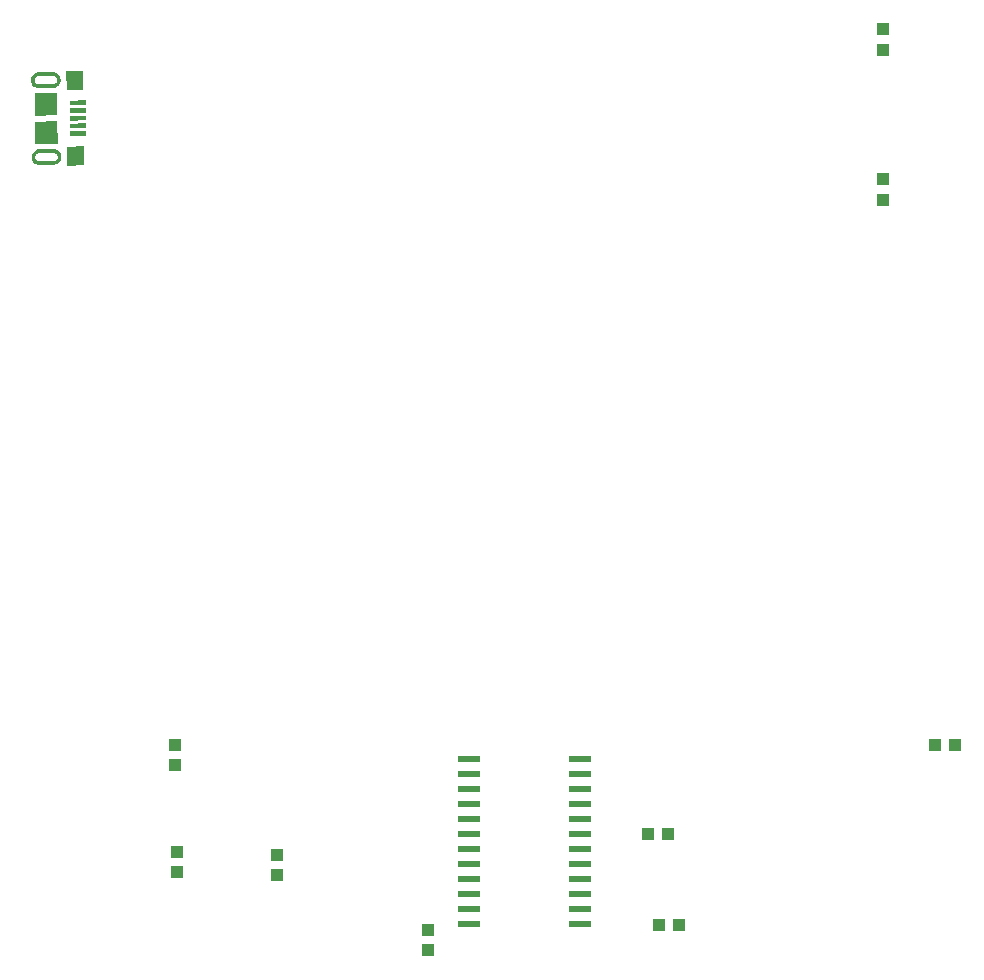
<source format=gbr>
G04 EAGLE Gerber RS-274X export*
G75*
%MOMM*%
%FSLAX34Y34*%
%LPD*%
%INSolderpaste Bottom*%
%IPPOS*%
%AMOC8*
5,1,8,0,0,1.08239X$1,22.5*%
G01*
%ADD10R,1.000000X1.100000*%
%ADD11R,1.100000X1.000000*%
%ADD12R,1.981200X0.533400*%
%ADD13R,1.350000X0.400000*%
%ADD14R,1.600000X1.400000*%
%ADD15R,1.900000X1.900000*%

G36*
X-686328Y285817D02*
X-686328Y285817D01*
X-679779Y285886D01*
X-679778Y285886D01*
X-678619Y286012D01*
X-678618Y286013D01*
X-678618Y286012D01*
X-677505Y286363D01*
X-677504Y286363D01*
X-676482Y286924D01*
X-676481Y286924D01*
X-675587Y287674D01*
X-675586Y287674D01*
X-674856Y288584D01*
X-674855Y288584D01*
X-674316Y289619D01*
X-674316Y289620D01*
X-673989Y290739D01*
X-673989Y290740D01*
X-673887Y291902D01*
X-673887Y291903D01*
X-673899Y293103D01*
X-674026Y294263D01*
X-674026Y294264D01*
X-674376Y295376D01*
X-674377Y295377D01*
X-674376Y295377D01*
X-674937Y296400D01*
X-674938Y296400D01*
X-674938Y296401D01*
X-675687Y297295D01*
X-675688Y297295D01*
X-676597Y298026D01*
X-676598Y298026D01*
X-677632Y298565D01*
X-677633Y298565D01*
X-677633Y298566D01*
X-678753Y298893D01*
X-678753Y298892D01*
X-678754Y298893D01*
X-679916Y298995D01*
X-680364Y298990D01*
X-680367Y298990D01*
X-680838Y298985D01*
X-680841Y298985D01*
X-681313Y298980D01*
X-681316Y298980D01*
X-681787Y298975D01*
X-681790Y298975D01*
X-682262Y298970D01*
X-682264Y298970D01*
X-682736Y298965D01*
X-682739Y298965D01*
X-683210Y298960D01*
X-683213Y298960D01*
X-683685Y298955D01*
X-683688Y298955D01*
X-684159Y298950D01*
X-684162Y298950D01*
X-684634Y298946D01*
X-684637Y298946D01*
X-684637Y298945D01*
X-685108Y298941D01*
X-685111Y298941D01*
X-685583Y298936D01*
X-685585Y298936D01*
X-685586Y298936D01*
X-686057Y298931D01*
X-686060Y298931D01*
X-686531Y298926D01*
X-686534Y298926D01*
X-687006Y298921D01*
X-687009Y298921D01*
X-687480Y298916D01*
X-687483Y298916D01*
X-687955Y298911D01*
X-687958Y298911D01*
X-688429Y298906D01*
X-688432Y298906D01*
X-688904Y298901D01*
X-688907Y298901D01*
X-689378Y298896D01*
X-689381Y298896D01*
X-689853Y298891D01*
X-689855Y298891D01*
X-690327Y298886D01*
X-690330Y298886D01*
X-690801Y298881D01*
X-690804Y298881D01*
X-691276Y298876D01*
X-691279Y298876D01*
X-691750Y298871D01*
X-691753Y298871D01*
X-692225Y298866D01*
X-692228Y298866D01*
X-692699Y298861D01*
X-692702Y298861D01*
X-693015Y298858D01*
X-693016Y298857D01*
X-693016Y298858D01*
X-694251Y298716D01*
X-694251Y298715D01*
X-694252Y298715D01*
X-695431Y298321D01*
X-695431Y298320D01*
X-695432Y298320D01*
X-696503Y297690D01*
X-696504Y297690D01*
X-697423Y296852D01*
X-697423Y296851D01*
X-698148Y295841D01*
X-698149Y295841D01*
X-698649Y294703D01*
X-698649Y294702D01*
X-698650Y294702D01*
X-698904Y293485D01*
X-698904Y293484D01*
X-698901Y292241D01*
X-698895Y291641D01*
X-698895Y291640D01*
X-698769Y290481D01*
X-698768Y290480D01*
X-698418Y289367D01*
X-698418Y289366D01*
X-697857Y288343D01*
X-697107Y287449D01*
X-697107Y287448D01*
X-696197Y286718D01*
X-696196Y286717D01*
X-695162Y286178D01*
X-695161Y286178D01*
X-694042Y285851D01*
X-694041Y285851D01*
X-692879Y285749D01*
X-692878Y285749D01*
X-686328Y285817D01*
G37*
G36*
X-687010Y350914D02*
X-687010Y350914D01*
X-680461Y350982D01*
X-680460Y350982D01*
X-679301Y351109D01*
X-679300Y351109D01*
X-678187Y351459D01*
X-678187Y351460D01*
X-678186Y351459D01*
X-677163Y352020D01*
X-677163Y352021D01*
X-677162Y352021D01*
X-676269Y352770D01*
X-676269Y352771D01*
X-676268Y352771D01*
X-675537Y353680D01*
X-675537Y353681D01*
X-674998Y354715D01*
X-674998Y354716D01*
X-674671Y355836D01*
X-674670Y355837D01*
X-674568Y356999D01*
X-674569Y356999D01*
X-674568Y356999D01*
X-674581Y358199D01*
X-674581Y358200D01*
X-674707Y359359D01*
X-674708Y359360D01*
X-675058Y360473D01*
X-675058Y360474D01*
X-675619Y361496D01*
X-675619Y361497D01*
X-676369Y362391D01*
X-676369Y362392D01*
X-677279Y363122D01*
X-677280Y363123D01*
X-678314Y363662D01*
X-678315Y363662D01*
X-679434Y363989D01*
X-679435Y363989D01*
X-680597Y364091D01*
X-680598Y364091D01*
X-681045Y364087D01*
X-681048Y364087D01*
X-681520Y364082D01*
X-681523Y364082D01*
X-681994Y364077D01*
X-681997Y364077D01*
X-682469Y364072D01*
X-682472Y364072D01*
X-682943Y364067D01*
X-682946Y364067D01*
X-683418Y364062D01*
X-683421Y364062D01*
X-683892Y364057D01*
X-683895Y364057D01*
X-684367Y364052D01*
X-684369Y364052D01*
X-684841Y364047D01*
X-684844Y364047D01*
X-685315Y364042D01*
X-685318Y364042D01*
X-685790Y364037D01*
X-685793Y364037D01*
X-686264Y364032D01*
X-686267Y364032D01*
X-686739Y364027D01*
X-686742Y364027D01*
X-687213Y364022D01*
X-687216Y364022D01*
X-687688Y364017D01*
X-687690Y364017D01*
X-687691Y364017D01*
X-688162Y364012D01*
X-688165Y364012D01*
X-688636Y364007D01*
X-688639Y364007D01*
X-689111Y364002D01*
X-689114Y364002D01*
X-689585Y363997D01*
X-689588Y363997D01*
X-690060Y363992D01*
X-690063Y363992D01*
X-690534Y363987D01*
X-690537Y363987D01*
X-691009Y363982D01*
X-691012Y363982D01*
X-691483Y363977D01*
X-691486Y363977D01*
X-691958Y363972D01*
X-691960Y363972D01*
X-692432Y363967D01*
X-692435Y363967D01*
X-692906Y363962D01*
X-692909Y363962D01*
X-693381Y363957D01*
X-693384Y363957D01*
X-693697Y363954D01*
X-693698Y363954D01*
X-694933Y363812D01*
X-694933Y363811D01*
X-694934Y363812D01*
X-696112Y363417D01*
X-696113Y363417D01*
X-697185Y362787D01*
X-697185Y362786D01*
X-697186Y362786D01*
X-698104Y361948D01*
X-698105Y361948D01*
X-698830Y360938D01*
X-698830Y360937D01*
X-698831Y360937D01*
X-699331Y359799D01*
X-699331Y359798D01*
X-699586Y358581D01*
X-699585Y358581D01*
X-699586Y358580D01*
X-699583Y357337D01*
X-699577Y356737D01*
X-699450Y355577D01*
X-699450Y355576D01*
X-699100Y354464D01*
X-699099Y354463D01*
X-699100Y354463D01*
X-698539Y353440D01*
X-698538Y353440D01*
X-698538Y353439D01*
X-697789Y352545D01*
X-697788Y352545D01*
X-696879Y351814D01*
X-696878Y351814D01*
X-695844Y351275D01*
X-695843Y351275D01*
X-695843Y351274D01*
X-694723Y350947D01*
X-694723Y350948D01*
X-694722Y350947D01*
X-693560Y350845D01*
X-687010Y350914D01*
G37*
%LPC*%
G36*
X-693099Y288845D02*
X-693099Y288845D01*
X-693851Y289100D01*
X-694528Y289515D01*
X-695095Y290070D01*
X-695524Y290738D01*
X-695794Y291484D01*
X-695892Y292272D01*
X-695811Y293062D01*
X-695557Y293814D01*
X-695141Y294490D01*
X-694586Y295058D01*
X-693918Y295487D01*
X-693172Y295757D01*
X-692384Y295854D01*
X-680485Y295979D01*
X-679695Y295898D01*
X-678943Y295644D01*
X-678266Y295229D01*
X-677699Y294673D01*
X-677270Y294006D01*
X-677000Y293259D01*
X-676903Y292471D01*
X-676983Y291681D01*
X-677238Y290929D01*
X-677653Y290253D01*
X-678208Y289686D01*
X-678876Y289256D01*
X-679623Y288986D01*
X-680411Y288889D01*
X-680452Y288889D01*
X-680455Y288889D01*
X-680927Y288884D01*
X-680929Y288884D01*
X-681401Y288879D01*
X-681404Y288879D01*
X-681875Y288874D01*
X-681878Y288874D01*
X-682350Y288869D01*
X-682353Y288869D01*
X-682824Y288864D01*
X-682827Y288864D01*
X-683299Y288859D01*
X-683302Y288859D01*
X-683773Y288854D01*
X-683776Y288854D01*
X-684248Y288849D01*
X-684250Y288849D01*
X-684722Y288844D01*
X-684725Y288844D01*
X-685196Y288839D01*
X-685199Y288839D01*
X-685671Y288834D01*
X-685674Y288834D01*
X-686145Y288829D01*
X-686148Y288829D01*
X-686360Y288827D01*
X-686620Y288824D01*
X-686623Y288824D01*
X-687094Y288819D01*
X-687097Y288819D01*
X-687568Y288814D01*
X-687571Y288814D01*
X-688043Y288809D01*
X-688046Y288809D01*
X-688517Y288804D01*
X-688520Y288804D01*
X-688992Y288799D01*
X-688995Y288799D01*
X-689466Y288794D01*
X-689469Y288794D01*
X-689941Y288789D01*
X-689943Y288789D01*
X-689944Y288789D01*
X-690415Y288784D01*
X-690418Y288784D01*
X-690889Y288779D01*
X-690892Y288779D01*
X-691364Y288774D01*
X-691367Y288774D01*
X-691838Y288770D01*
X-691841Y288770D01*
X-691841Y288769D01*
X-692309Y288765D01*
X-693099Y288845D01*
G37*
%LPD*%
%LPC*%
G36*
X-693781Y353942D02*
X-693781Y353942D01*
X-694533Y354196D01*
X-695210Y354611D01*
X-695777Y355167D01*
X-696206Y355834D01*
X-696476Y356581D01*
X-696573Y357369D01*
X-696493Y358159D01*
X-696238Y358910D01*
X-695823Y359587D01*
X-695268Y360154D01*
X-694600Y360583D01*
X-693853Y360854D01*
X-693065Y360951D01*
X-681167Y361075D01*
X-680377Y360995D01*
X-679625Y360740D01*
X-678948Y360325D01*
X-678381Y359770D01*
X-677952Y359102D01*
X-677682Y358355D01*
X-677584Y357568D01*
X-677665Y356778D01*
X-677919Y356026D01*
X-678335Y355349D01*
X-678890Y354782D01*
X-679558Y354353D01*
X-680304Y354083D01*
X-681092Y353986D01*
X-681134Y353985D01*
X-681137Y353985D01*
X-681608Y353980D01*
X-681611Y353980D01*
X-682083Y353975D01*
X-682086Y353975D01*
X-682557Y353970D01*
X-682560Y353970D01*
X-683032Y353965D01*
X-683034Y353965D01*
X-683506Y353960D01*
X-683509Y353960D01*
X-683980Y353955D01*
X-683983Y353955D01*
X-684455Y353950D01*
X-684458Y353950D01*
X-684929Y353945D01*
X-684932Y353945D01*
X-685404Y353940D01*
X-685407Y353940D01*
X-685878Y353936D01*
X-685881Y353936D01*
X-685881Y353935D01*
X-686352Y353931D01*
X-686355Y353931D01*
X-686827Y353926D01*
X-686830Y353926D01*
X-687042Y353923D01*
X-687301Y353921D01*
X-687304Y353921D01*
X-687776Y353916D01*
X-687779Y353916D01*
X-688250Y353911D01*
X-688253Y353911D01*
X-688725Y353906D01*
X-688728Y353906D01*
X-689199Y353901D01*
X-689202Y353901D01*
X-689673Y353896D01*
X-689676Y353896D01*
X-690148Y353891D01*
X-690151Y353891D01*
X-690622Y353886D01*
X-690625Y353886D01*
X-691097Y353881D01*
X-691100Y353881D01*
X-691571Y353876D01*
X-691574Y353876D01*
X-692046Y353871D01*
X-692048Y353871D01*
X-692520Y353866D01*
X-692523Y353866D01*
X-692991Y353861D01*
X-693781Y353942D01*
G37*
%LPD*%
D10*
X21616Y256335D03*
X21616Y273335D03*
X21616Y400335D03*
X21616Y383335D03*
D11*
X82437Y-205126D03*
X65437Y-205126D03*
X-159863Y-280684D03*
X-176863Y-280684D03*
D10*
X-363807Y-379214D03*
X-363807Y-362214D03*
X-491381Y-298342D03*
X-491381Y-315342D03*
D11*
X-167858Y-357524D03*
X-150858Y-357524D03*
D10*
X-576349Y-296052D03*
X-576349Y-313052D03*
X-577516Y-222250D03*
X-577516Y-205250D03*
D12*
X-328621Y-357223D03*
X-328621Y-344523D03*
X-328621Y-331823D03*
X-328621Y-319123D03*
X-328621Y-306423D03*
X-328621Y-293723D03*
X-328621Y-281023D03*
X-328621Y-268323D03*
X-328621Y-255623D03*
X-328621Y-242923D03*
X-328621Y-230223D03*
X-328621Y-217523D03*
X-234895Y-217523D03*
X-234895Y-230223D03*
X-234895Y-242923D03*
X-234895Y-255623D03*
X-234895Y-268323D03*
X-234895Y-281023D03*
X-234895Y-293723D03*
X-234895Y-306423D03*
X-234895Y-319123D03*
X-234895Y-331823D03*
X-234895Y-344523D03*
X-234895Y-357223D03*
D13*
G36*
X-653083Y310272D02*
X-666581Y310131D01*
X-666623Y314130D01*
X-653125Y314271D01*
X-653083Y310272D01*
G37*
G36*
X-653151Y316771D02*
X-666649Y316630D01*
X-666691Y320629D01*
X-653193Y320770D01*
X-653151Y316771D01*
G37*
G36*
X-653219Y323271D02*
X-666717Y323130D01*
X-666759Y327129D01*
X-653261Y327270D01*
X-653219Y323271D01*
G37*
G36*
X-653288Y329771D02*
X-666786Y329630D01*
X-666828Y333629D01*
X-653330Y333770D01*
X-653288Y329771D01*
G37*
G36*
X-653356Y336270D02*
X-666854Y336129D01*
X-666896Y340128D01*
X-653398Y340269D01*
X-653356Y336270D01*
G37*
D14*
G36*
X-654989Y301250D02*
X-654821Y285252D01*
X-668819Y285106D01*
X-668987Y301104D01*
X-654989Y301250D01*
G37*
G36*
X-655659Y365247D02*
X-655491Y349249D01*
X-669489Y349103D01*
X-669657Y365101D01*
X-655659Y365247D01*
G37*
D15*
G36*
X-677213Y322519D02*
X-677014Y303522D01*
X-696011Y303323D01*
X-696210Y322320D01*
X-677213Y322519D01*
G37*
G36*
X-677465Y346517D02*
X-677266Y327520D01*
X-696263Y327321D01*
X-696462Y346318D01*
X-677465Y346517D01*
G37*
M02*

</source>
